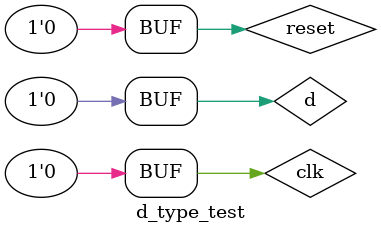
<source format=v>
`timescale 1ns / 1ps
module d_type_test();
// declaration
    localparam T=20;
    reg clk, reset;
    reg d;
    wire q;
// clock
    //init the module dd_ff_reset
    d_ff_reset uut (.clk(clk), .reset(reset), .d(d), .q(q));
          
          
always
//block that simulates a clock
begin
    clk = 1'b1;
    #(T/2);
    clk = 1'b0;
    #(T/2);
   
end

//block that triggers when reset is high and low
initial
begin
    reset = 1'b1;
    #(T/2) ;
    reset = 1'b0;
end

//block that triggers when d is high or low
initial
begin
    d = 1'b0;
    #(T) ;
    d = 1'b1;
    #(T + T/2) ;
    d = 1'b0;
    #(T) ;
    d = 1'b0;
    #(5*T) ;
end

endmodule

</source>
